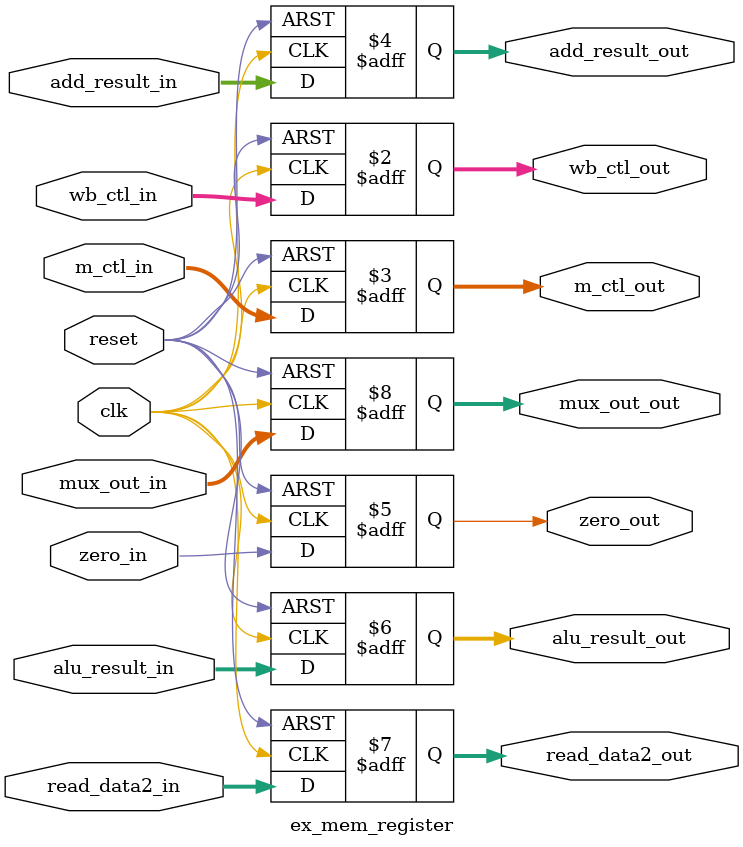
<source format=v>
`timescale 1ns / 1ps


module ex_mem_register(
    input clk,
    input reset,
    input [1:0] wb_ctl_in,
    input [2:0] m_ctl_in,
    input [31:0] add_result_in,
    input zero_in,
    input [31:0] alu_result_in,
    input [31:0] read_data2_in,
    input [4:0] mux_out_in,
    output reg [1:0] wb_ctl_out,
    output reg [2:0] m_ctl_out,
    output reg [31:0] add_result_out,
    output reg zero_out,
    output reg [31:0] alu_result_out,
    output reg [31:0] read_data2_out,
    output reg [4:0] mux_out_out
);

    always @(posedge clk or posedge reset) begin
        if (reset) begin
            wb_ctl_out <= 2'b0;
            m_ctl_out <= 3'b0;
            add_result_out <= 32'b0;
            zero_out <= 1'b0;
            alu_result_out <= 32'b0;
            read_data2_out <= 32'b0;
            mux_out_out <= 5'b0;
        end else begin
            wb_ctl_out <= wb_ctl_in;
            m_ctl_out <= m_ctl_in;
            add_result_out <= add_result_in;
            zero_out <= zero_in;
            alu_result_out <= alu_result_in;
            read_data2_out <= read_data2_in;
            mux_out_out <= mux_out_in;
        end
    end

endmodule

</source>
